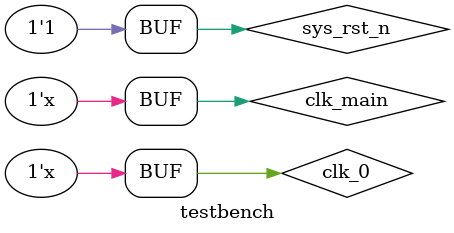
<source format=v>
module testbench();


parameter MAIN_FRE   = 500; //unit MHz
parameter FRE_OUT_0  = 50;
reg                   clk_main  = 0;
reg                   clk_0     = 0;
reg                   sys_rst_n = 0;

always begin
    #(500/MAIN_FRE) clk_main = ~clk_main;
end
always begin
    #(500/FRE_OUT_0) clk_0 = ~clk_0;
end
always begin
    #50 sys_rst_n = 1;
end

// DDS_Gen Outputs
wire  [11:0]  wave_out_sin_a;
DDS_Gen #(
    .OUTPUT_WIDTH ( 12 ),
    .PHASE_WIDTH  ( 32 ))
 u1_DDS_Gen (
    .clk_in                  ( clk_0      ),
    .Fre_word                ( 32'd292058 ),
    .Pha_word                ( 0          ),

    .wave_out_sin            ( wave_out_sin_a )
);

wire  [11:0]  wave_out_sin_b;
DDS_Gen #(
    .OUTPUT_WIDTH ( 12 ),
    .PHASE_WIDTH  ( 32 ))
 u2_DDS_Gen (
    .clk_in                  ( clk_0      ),
    .Fre_word                ( 32'd85899  ),
    .Pha_word                ( 0          ),

    .wave_out_sin            ( wave_out_sin_b   )
);


wire        [11:0] Module_SIG;
wire        [31:0] Fre_word;
Audio_Handle Audio_Handle_u(
    .clk_in(clk_0),
    .RST(~sys_rst_n),

    .Audio_CH1(wave_out_sin_a),
    .Audio_CH2(wave_out_sin_b),
    .Move_Fre_SIG(0),

    .Module_SIG(Module_SIG),
    .Fre_word(Fre_word)
);

wire        [11:0] FM_wave;
FM_Module #(
    .INPUT_WIDTH(12),
    .PHASE_WIDTH(32),
    .OUTPUT_WIDTH(12)
) FM_Module_u (
    .clk_in(clk_main),
    .RST(~sys_rst_n),
    .wave_in(Module_SIG),
    .move_fre(32'd105),          //(fre*1048576)/clk_in/1000000  //50k
    .center_fre(Fre_word),       //48.5m
    .FM_wave(FM_wave)
);


endmodule  //TOP
</source>
